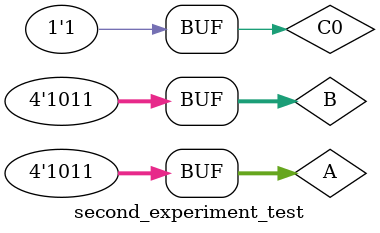
<source format=v>
`timescale 1ns / 1ps


module second_experiment_test;

	// Inputs
	reg [3:0] A;
	reg [3:0] B;
	reg C0;

	// Outputs
	wire [3:0] F;
	wire C4;

	// Instantiate the Unit Under Test (UUT)
	second_experiment_first uut (
		.A(A), 
		.B(B), 
		.F(F), 
		.C4(C4), 
		.C0(C0)
	);

	initial begin
		// Initialize Inputs
		A = 4'b1000;
		B = 4'b1000;
		C0 = 1;

		// Wait 100 ns for global reset to finish
		#100;
		A = 4'b1001;
		B = 4'b1001;
		C0 = 1;
        
		// Add stimulus here
		#100;
		A = 4'b1011;
		B = 4'b1011;
		C0 = 1;
        
	end
      
endmodule


</source>
